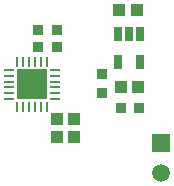
<source format=gbp>
G04 Layer_Color=128*
%FSAX25Y25*%
%MOIN*%
G70*
G01*
G75*
%ADD17R,0.04134X0.03937*%
%ADD19R,0.03740X0.03740*%
%ADD21R,0.03740X0.03740*%
%ADD28R,0.02756X0.05118*%
%ADD29R,0.05906X0.05906*%
%ADD30C,0.05906*%
%ADD31O,0.03347X0.00984*%
%ADD32O,0.00984X0.03347*%
%ADD33R,0.10236X0.10236*%
D17*
X0373373Y0378781D02*
D03*
X0379278D02*
D03*
X0373973Y0352981D02*
D03*
X0379878D02*
D03*
X0358478Y0342355D02*
D03*
X0352573D02*
D03*
X0358478Y0336481D02*
D03*
X0352573D02*
D03*
D19*
X0373974Y0346281D02*
D03*
X0380077D02*
D03*
X0352577Y0366481D02*
D03*
X0346475D02*
D03*
X0352577Y0371981D02*
D03*
X0346475D02*
D03*
D21*
X0367826Y0351230D02*
D03*
Y0357332D02*
D03*
D28*
X0372986Y0370906D02*
D03*
X0376726D02*
D03*
X0380466D02*
D03*
Y0361457D02*
D03*
X0372986D02*
D03*
D29*
X0387326Y0334581D02*
D03*
D30*
Y0324581D02*
D03*
D31*
X0351947Y0358915D02*
D03*
Y0356946D02*
D03*
Y0354978D02*
D03*
Y0353010D02*
D03*
Y0351041D02*
D03*
Y0349073D02*
D03*
X0336789D02*
D03*
Y0351041D02*
D03*
Y0353010D02*
D03*
Y0354978D02*
D03*
Y0356946D02*
D03*
Y0358915D02*
D03*
D32*
X0349289Y0346415D02*
D03*
X0347321D02*
D03*
X0345353D02*
D03*
X0343384D02*
D03*
X0341416D02*
D03*
X0339447D02*
D03*
Y0361573D02*
D03*
X0341416D02*
D03*
X0343384D02*
D03*
X0345353D02*
D03*
X0347321D02*
D03*
X0349289D02*
D03*
D33*
X0344368Y0353994D02*
D03*
M02*

</source>
